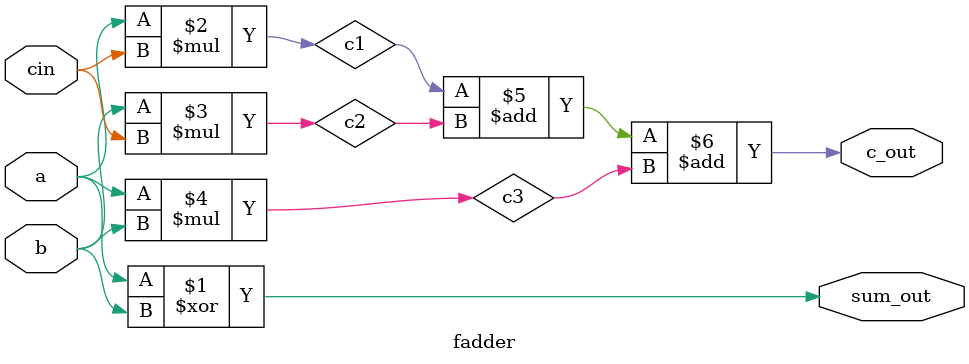
<source format=sv>
module fadder(
  input a,         //data in a
  input b,         //data in b
  input cin,       //carry in
  output sum_out,  //sum output
  output c_out     //carry output
  );
  wire c1, c2, c3; //wiring needed

  assign sum_out = a ^ b;    //half adder (XOR gate)
  assign c1      = a * cin;  //carry condition 1
  assign c2      = b * cin;  //carry condition 1
  assign c3      = a * b;    //carry condition 1
  assign c_out   = (c1 + c2 + c3);

endmodule


</source>
